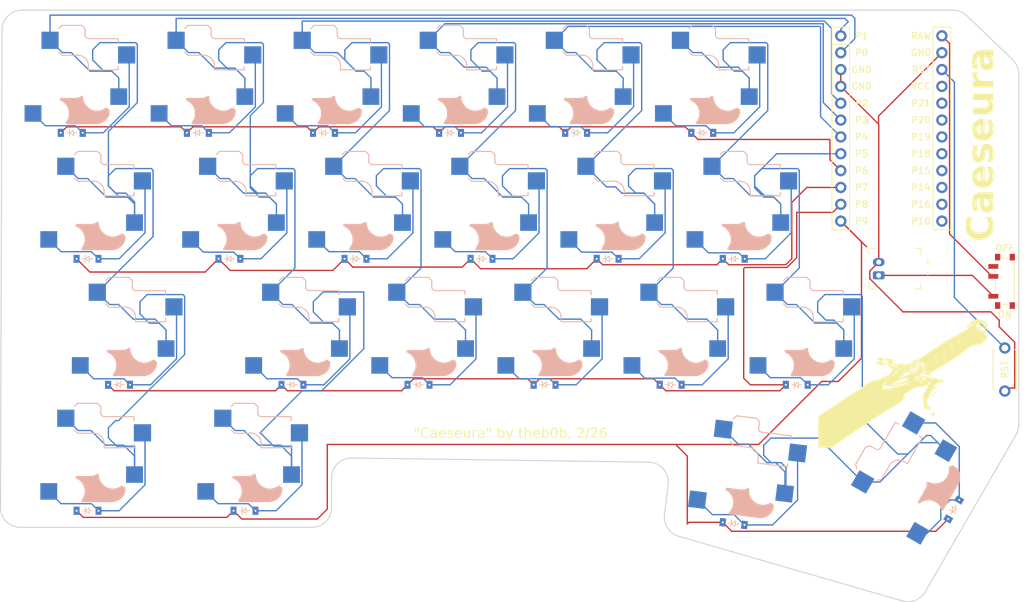
<source format=kicad_pcb>
(kicad_pcb (version 20241229) (generator "pcbnew") (generator_version "9.0")
  (title_block (title "left__side") (date "2026-02-04") (rev "v1.0.0") (company "Unknown"))
  (layers (0 "F.Cu" signal) (2 "B.Cu" signal) (13 "F.Paste" user) (15 "B.Paste" user) (5 "F.SilkS" user "F.Silkscreen") (7 "B.SilkS" user "B.Silkscreen") (1 "F.Mask" user) (3 "B.Mask" user) (25 "Edge.Cuts" user))
  (net 0 "")
  (net 1 "P0")
  (net 2 "esc_default")
  (net 3 "GND")
  (net 4 "P1")
  (net 5 "q_default")
  (net 6 "P2")
  (net 7 "w_default")
  (net 8 "P3")
  (net 9 "e_default")
  (net 10 "P4")
  (net 11 "r_default")
  (net 12 "P5")
  (net 13 "t_default")
  (net 14 "tab_default")
  (net 15 "a_default")
  (net 16 "s_default")
  (net 17 "d_default")
  (net 18 "f_default")
  (net 19 "g_default")
  (net 20 "lshift_default")
  (net 21 "z_default")
  (net 22 "x_default")
  (net 23 "c_default")
  (net 24 "v_default")
  (net 25 "b_default")
  (net 26 "lctrl_default")
  (net 27 "super_default")
  (net 28 "lower_default")
  (net 29 "space_default")
  (net 30 "P6")
  (net 31 "P7")
  (net 32 "P8")
  (net 33 "P9")
  (net 34 "RAW")
  (net 35 "RST")
  (net 36 "VCC")
  (net 37 "P21")
  (net 38 "P20")
  (net 39 "P19")
  (net 40 "P18")
  (net 41 "P15")
  (net 42 "P14")
  (net 43 "P16")
  (net 44 "P10")
  (net 45 "BAT_P")
  (footprint "ComboDiode" (layer "F.Cu") (at 133.25 127)
    (property "Reference" "D8" (hide yes))
    (property "Value" "" (hide yes))
  )
  (footprint "ComboDiode" (layer "F.Cu") (at 128.5 108)
    (property "Reference" "D2" (hide yes))
    (property "Value" "" (hide yes))
  )
  (footprint "ComboDiode" (layer "F.Cu") (at 161.75 146)
    (property "Reference" "D15" (hide yes))
    (property "Value" "" (hide yes))
  )
  (footprint "ComboDiode" (layer "F.Cu") (at 135.53 165)
    (property "Reference" "D20" (hide yes))
    (property "Value" "" (hide yes))
  )
  (footprint "ComboDiode" (layer "F.Cu") (at 109.5 108)
    (property "Reference" "D1" (hide yes))
    (property "Value" "" (hide yes))
  )
  (footprint "ceoloide:mcu_nice_nano" (layer "F.Cu") (at 233 106.08)
    (property "Reference" "MCU1" (hide yes))
    (property "Value" "")
  )
  (footprint "ComboDiode" (layer "F.Cu") (at 209.25 127)
    (property "Reference" "D12" (hide yes))
    (property "Value" "" (hide yes))
  )
  (footprint "ComboDiode" (layer "F.Cu") (at 190.25 127)
    (property "Reference" "D11" (hide yes))
    (property "Value" "" (hide yes))
  )
  (footprint "ComboDiode" (layer "F.Cu") (at 111.875 165)
    (property "Reference" "D19" (hide yes))
    (property "Value" "" (hide yes))
  )
  (footprint "ComboDiode" (layer "F.Cu") (at 185.5 108)
    (property "Reference" "D5" (hide yes))
    (property "Value" "" (hide yes))
  )
  (footprint "LOGO" (layer "F.Cu") (at 237 145.5)
    (property "Reference" "G***" (hide yes))
    (property "Value" "LOGO" (hide yes))
  )
  (footprint "ComboDiode" (layer "F.Cu") (at 111.875 127)
    (property "Reference" "D7" (hide yes))
    (property "Value" "" (hide yes))
  )
  (footprint "ComboDiode" (layer "F.Cu") (at 209.225045 166.940369 -7)
    (property "Reference" "D21" (hide yes))
    (property "Value" "" (hide yes))
  )
  (footprint "ComboDiode" (layer "F.Cu") (at 180.75 146)
    (property "Reference" "D16" (hide yes))
    (property "Value" "" (hide yes))
  )
  (footprint "ComboDiode" (layer "F.Cu") (at 152.25 127)
    (property "Reference" "D9" (hide yes))
    (property "Value" "" (hide yes))
  )
  (footprint "ComboDiode" (layer "F.Cu") (at 166.5 108)
    (property "Reference" "D4" (hide yes))
    (property "Value" "" (hide yes))
  )
  (footprint "anotherchocswitch:battery_connector_jst_ph_2_nonreversable" (layer "F.Cu") (at 231.1 128.5 90)
    (property "Reference" "JST1" (hide yes))
    (property "Value" "")
  )
  (footprint "ComboDiode" (layer "F.Cu") (at 171.25 127)
    (property "Reference" "D10" (hide yes))
    (property "Value" "" (hide yes))
  )
  (footprint "ceoloide:power_switch_smd_side" (layer "F.Cu") (at 250.1 130.4)
    (property "Reference" "PWR1" (hide yes))
    (property "Value" "")
  )
  (footprint "ComboDiode" (layer "F.Cu") (at 218.75 146)
    (property "Reference" "D18" (hide yes))
    (property "Value" "" (hide yes))
  )
  (footprint "ceoloide:reset_switch_tht_top" (layer "F.Cu") (at 250.1 143.7 90)
    (property "Reference" "RST1" (hide yes))
    (property "Value" "")
  )
  (footprint "ComboDiode" (layer "F.Cu") (at 116.625 146)
    (property "Reference" "D13" (hide yes))
    (property "Value" "" (hide yes))
  )
  (footprint "ComboDiode" (layer "F.Cu") (at 242.398203 164.8 60)
    (property "Reference" "D22" (hide yes))
    (property "Value" "" (hide yes))
  )
  (footprint "ComboDiode" (layer "F.Cu") (at 199.75 146)
    (property "Reference" "D17" (hide yes))
    (property "Value" "" (hide yes))
  )
  (footprint "ComboDiode" (layer "F.Cu") (at 204.5 108)
    (property "Reference" "D6" (hide yes))
    (property "Value" "" (hide yes))
  )
  (footprint "ComboDiode" (layer "F.Cu") (at 147.5 108)
    (property "Reference" "D3" (hide yes))
    (property "Value" "" (hide yes))
  )
  (footprint "ComboDiode" (layer "F.Cu") (at 142.75 146)
    (property "Reference" "D14" (hide yes))
    (property "Value" "" (hide yes))
  )
  (footprint "ceoloide:switch_mx" (layer "B.Cu") (at 218.75 138 180)
    (property "Reference" "S40" (hide yes))
    (property "Value" "")
  )
  (footprint "ceoloide:switch_mx" (layer "B.Cu") (at 111.875 119 180)
    (property "Reference" "S29" (hide yes))
    (property "Value" "")
  )
  (footprint "ceoloide:switch_mx" (layer "B.Cu") (at 180.75 138 180)
    (property "Reference" "S38" (hide yes))
    (property "Value" "")
  )
  (footprint "ceoloide:switch_choc_v1_v2" (layer "B.Cu") (at 218.75 138)
    (property "Reference" "S18" (hide yes))
    (property "Value" "")
  )
  (footprint "ceoloide:switch_mx" (layer "B.Cu") (at 116.625 138 180)
    (property "Reference" "S35" (hide yes))
    (property "Value" "")
  )
  (footprint "ceoloide:switch_choc_v1_v2" (layer "B.Cu") (at 185.5 100)
    (property "Reference" "S5" (hide yes))
    (property "Value" "")
  )
  (footprint "ceoloide:switch_choc_v1_v2" (layer "B.Cu") (at 204.5 100)
    (property "Reference" "S6" (hide yes))
    (property "Value" "")
  )
  (footprint "ceoloide:switch_mx" (layer "B.Cu") (at 135.53 157 180)
    (property "Reference" "S42" (hide yes))
    (property "Value" "")
  )
  (footprint "ceoloide:switch_mx" (layer "B.Cu") (at 109.5 100 180)
    (property "Reference" "S23" (hide yes))
    (property "Value" "")
  )
  (footprint "ceoloide:switch_choc_v1_v2" (layer "B.Cu") (at 171.25 119)
    (property "Reference" "S10" (hide yes))
    (property "Value" "")
  )
  (footprint "ceoloide:switch_choc_v1_v2" (layer "B.Cu") (at 209.25 119)
    (property "Reference" "S12" (hide yes))
    (property "Value" "")
  )
  (footprint "ceoloide:switch_choc_v1_v2" (layer "B.Cu") (at 180.75 138)
    (property "Reference" "S16" (hide yes))
    (property "Value" "")
  )
  (footprint "ceoloide:switch_mx" (layer "B.Cu") (at 185.5 100 180)
    (property "Reference" "S27" (hide yes))
    (property "Value" "")
  )
  (footprint "ceoloide:switch_mx" (layer "B.Cu") (at 142.75 138 180)
    (property "Reference" "S36" (hide yes))
    (property "Value" "")
  )
  (footprint "ceoloide:switch_choc_v1_v2" (layer "B.Cu") (at 147.5 100)
    (property "Reference" "S3" (hide yes))
    (property "Value" "")
  )
  (footprint "ceoloide:switch_choc_v1_v2" (layer "B.Cu") (at 152.25 119)
    (property "Reference" "S9" (hide yes))
    (property "Value" "")
  )
  (footprint "ceoloide:switch_choc_v1_v2" (layer "B.Cu") (at 166.5 100)
    (property "Reference" "S4" (hide yes))
    (property "Value" "")
  )
  (footprint "ceoloide:switch_mx" (layer "B.Cu") (at 147.5 100 180)
    (property "Reference" "S25" (hide yes))
    (property "Value" "")
  )
  (footprint "ceoloide:switch_choc_v1_v2" (layer "B.Cu") (at 161.75 138)
    (property "Reference" "S15" (hide yes))
    (property "Value" "")
  )
  (footprint "ceoloide:switch_mx" (layer "B.Cu") (at 190.25 119 180)
    (property "Reference" "S33" (hide yes))
    (property "Value" "")
  )
  (footprint "ceoloide:switch_mx" (layer "B.Cu") (at 111.875 157 180)
    (property "Reference" "S41" (hide yes))
    (property "Value" "")
  )
  (footprint "ceoloide:switch_choc_v1_v2" (layer "B.Cu") (at 116.625 138)
    (property "Reference" "S13" (hide yes))
    (property "Value" "")
  )
  (footprint "ceoloide:switch_mx" (layer "B.Cu") (at 210.2 159 173)
    (property "Reference" "S43" (hide yes))
    (property "Value" "")
  )
  (footprint "ceoloide:switch_mx" (layer "B.Cu") (at 209.25 119 180)
    (property "Reference" "S34" (hide yes))
    (property "Value" "")
  )
  (footprint "ceoloide:switch_mx" (layer "B.Cu") (at 166.5 100 180)
    (property "Reference" "S26" (hide yes))
    (property "Value" "")
  )
  (footprint "ceoloide:switch_mx" (layer "B.Cu") (at 171.25 119 180)
    (property "Reference" "S32" (hide yes))
    (property "Value" "")
  )
  (footprint "ceoloide:switch_mx" (layer "B.Cu") (at 199.75 138 180)
    (property "Reference" "S39" (hide yes))
    (property "Value" "")
  )
  (footprint "ceoloide:switch_mx" (layer "B.Cu") (at 133.25 119 180)
    (property "Reference" "S30" (hide yes))
    (property "Value" "")
  )
  (footprint "ceoloide:switch_mx" (layer "B.Cu") (at 161.75 138 180)
    (property "Reference" "S37" (hide yes))
    (property "Value" "")
  )
  (footprint "ceoloide:switch_mx" (layer "B.Cu") (at 128.5 100 180)
    (property "Reference" "S24" (hide yes))
    (property "Value" "")
  )
  (footprint "ceoloide:switch_choc_v1_v2" (layer "B.Cu") (at 210.2 159 -7)
    (property "Reference" "S21" (hide yes))
    (property "Value" "")
  )
  (footprint "ceoloide:switch_choc_v1_v2" (layer "B.Cu") (at 135.53 157)
    (property "Reference" "S20" (hide yes))
    (property "Value" "")
  )
  (footprint "ceoloide:switch_choc_v1_v2" (layer "B.Cu") (at 199.75 138)
    (property "Reference" "S17" (hide yes))
    (property "Value" "")
  )
  (footprint "ceoloide:switch_choc_v1_v2" (layer "B.Cu") (at 142.75 138)
    (property "Reference" "S14" (hide yes))
    (property "Value" "")
  )
  (footprint "ceoloide:switch_choc_v1_v2" (layer "B.Cu") (at 109.5 100)
    (property "Reference" "S1" (hide yes))
    (property "Value" "")
  )
  (footprint "ceoloide:switch_choc_v1_v2" (layer "B.Cu") (at 111.875 119)
    (property "Reference" "S7" (hide yes))
    (property "Value" "")
  )
  (footprint "ceoloide:switch_choc_v1_v2" (layer "B.Cu") (at 133.25 119)
    (property "Reference" "S8" (hide yes))
    (property "Value" "")
  )
  (footprint "ceoloide:switch_mx" (layer "B.Cu") (at 152.25 119 180)
    (property "Reference" "S31" (hide yes))
    (property "Value" "")
  )
  (footprint "ceoloide:switch_choc_v1_v2" (layer "B.Cu") (at 235.47 160.8 60)
    (property "Reference" "S22" (hide yes))
    (property "Value" "")
  )
  (footprint "ceoloide:switch_choc_v1_v2" (layer "B.Cu") (at 128.5 100)
    (property "Reference" "S2" (hide yes))
    (property "Value" "")
  )
  (footprint "ceoloide:switch_choc_v1_v2" (layer "B.Cu") (at 190.25 119)
    (property "Reference" "S11" (hide yes))
    (property "Value" "")
  )
  (footprint "ceoloide:switch_mx" (layer "B.Cu") (at 235.47 160.8 -120)
    (property "Reference" "S44" (hide yes))
    (property "Value" "")
  )
  (footprint "ceoloide:switch_choc_v1_v2" (layer "B.Cu") (at 111.875 157)
    (property "Reference" "S19" (hide yes))
    (property "Value" "")
  )
  (footprint "ceoloide:switch_mx" (layer "B.Cu") (at 204.5 100 180)
    (property "Reference" "S28" (hide yes))
    (property "Value" "")
  )
  (gr_line (start 238.112878 177.2224) (end 251.786343 153.539265) (stroke (width 0.15)) (layer "Edge.Cuts"))
  (gr_line (start 251.26617 96.957648) (end 244.370725 90.336134) (stroke (width 0.15)) (layer "Edge.Cuts"))
  (gr_arc (start 196.435471 157.673269) (mid 198.654029 158.700989) (end 199.370841 161.038579) (stroke (width 0.15)) (layer "Edge.Cuts"))
  (gr_arc (start 98.990415 92.490385) (mid 99.872482 90.375283) (end 101.9904 89.5) (stroke (width 0.15)) (layer "Edge.Cuts"))
  (gr_arc (start 251.26617 96.957648) (mid 251.948134 97.945441) (end 252.188267 99.121514) (stroke (width 0.15)) (layer "Edge.Cuts"))
  (gr_arc (start 200.954523 168.852223) (mid 199.284331 167.62332) (end 198.810195 165.604673) (stroke (width 0.15)) (layer "Edge.Cuts"))
  (gr_line (start 199.370841 161.038579) (end 198.810195 165.604673) (stroke (width 0.15)) (layer "Edge.Cuts"))
  (gr_line (start 148.655 164.5) (end 148.655 160.04257) (stroke (width 0.15)) (layer "Edge.Cuts"))
  (gr_line (start 101.759631 167.5) (end 145.655 167.5) (stroke (width 0.15)) (layer "Edge.Cuts"))
  (gr_arc (start 252.188267 152.039265) (mid 252.086052 152.815725) (end 251.786343 153.539265) (stroke (width 0.15)) (layer "Edge.Cuts"))
  (gr_arc (start 148.655 160.04257) (mid 149.548688 157.906377) (end 151.697269 157.042868) (stroke (width 0.15)) (layer "Edge.Cuts"))
  (gr_line (start 252.188267 152.039265) (end 252.188267 99.121514) (stroke (width 0.15)) (layer "Edge.Cuts"))
  (gr_arc (start 238.112878 177.2224) (mid 236.635534 178.505198) (end 234.681491 178.604343) (stroke (width 0.15)) (layer "Edge.Cuts"))
  (gr_line (start 242.292821 89.5) (end 101.9904 89.5) (stroke (width 0.15)) (layer "Edge.Cuts"))
  (gr_line (start 98.990415 92.490385) (end 98.759646 164.490385) (stroke (width 0.15)) (layer "Edge.Cuts"))
  (gr_line (start 151.697269 157.042868) (end 196.435471 157.673269) (stroke (width 0.15)) (layer "Edge.Cuts"))
  (gr_line (start 200.954523 168.852223) (end 234.681491 178.604343) (stroke (width 0.15)) (layer "Edge.Cuts"))
  (gr_arc (start 101.759631 167.5) (mid 99.634894 166.617929) (end 98.759646 164.490385) (stroke (width 0.15)) (layer "Edge.Cuts"))
  (gr_arc (start 148.655 164.5) (mid 147.77632 166.62132) (end 145.655 167.5) (stroke (width 0.15)) (layer "Edge.Cuts"))
  (gr_arc (start 242.292821 89.5) (mid 243.412728 89.716879) (end 244.370725 90.336134) (stroke (width 0.15)) (layer "Edge.Cuts"))
  (gr_text "{dblquote}Caeseura{dblquote} by theb0b, 2/26" (at 161 154.25 0) (layer "F.SilkS") (effects (font (size 1.5 1.5) (thickness 0.1)) (justify left bottom)))
  (gr_text "Caeseura" (at 249 109.75 90) (layer "F.SilkS") (effects (font (size 4 4) (thickness 0.3) (bold yes)) (justify bottom)))
  (segment (start 116.5451 151.399) (end 126.501 141.4431) (width 0.2) (layer "B.Cu") (net 1))
  (segment (start 110.451 152.901) (end 108.6 151.05) (width 0.2) (layer "B.Cu") (net 1))
  (segment (start 122.065892 136.101) (end 118.757923 136.101) (width 0.2) (layer "B.Cu") (net 1))
  (segment (start 119.774 133.483291) (end 119.774 135.306892) (width 0.2) (layer "B.Cu") (net 1))
  (segment (start 113.35 132.05) (end 121.75 123.65) (width 0.2) (layer "B.Cu") (net 1))
  (segment (start 118.96 121.54) (end 118.96 118.419291) (width 0.2) (layer "B.Cu") (net 1))
  (segment (start 121.166108 136.699) (end 122.663892 136.699) (width 0.2) (layer "B.Cu") (net 1))
  (segment (start 117.315892 155.101) (end 114.601 155.101) (width 0.2) (layer "B.Cu") (net 1))
  (segment (start 111.909923 114.901) (end 110.451 114.901) (width 0.2) (layer "B.Cu") (net 1))
  (segment (start 126.501 132.649) (end 126.251 132.399) (width 0.2) (layer "B.Cu") (net 1))
  (segment (start 116.108291 113.399) (end 115.024 114.483291) (width 0.2) (layer "B.Cu") (net 1))
  (segment (start 115.024 114.483291) (end 115.024 116.016709) (width 0.2) (layer "B.Cu") (net 1))
  (segment (start 114.331291 98.699) (end 115.538892 98.699) (width 0.2) (layer "B.Cu") (net 1))
  (segment (start 106.25 90.25) (end 227 90.25) (width 0.2) (layer "B.Cu") (net 1))
  (segment (start 121.501 113.399) (end 116.108291 113.399) (width 0.2) (layer "B.Cu") (net 1))
  (segment (start 116.108291 151.399) (end 116.5451 151.399) (width 0.2) (layer "B.Cu") (net 1))
  (segment (start 115.024 116.016709) (end 115.024 107.7951) (width 0.2) (layer "B.Cu") (net 1))
  (segment (start 112.649 97.016709) (end 114.331291 98.699) (width 0.2) (layer "B.Cu") (net 1))
  (segment (start 115.024 152.483291) (end 116.108291 151.399) (width 0.2) (layer "B.Cu") (net 1))
  (segment (start 118.96 118.419291) (end 117.641709 117.101) (width 0.2) (layer "B.Cu") (net 1))
  (segment (start 119.126 94.399) (end 113.733291 94.399) (width 0.2) (layer "B.Cu") (net 1))
  (segment (start 118.757923 136.101) (end 116.557923 133.901) (width 0.2) (layer "B.Cu") (net 1))
  (segment (start 108.076 95.901) (end 106.225 94.05) (width 0.2) (layer "B.Cu") (net 1))
  (segment (start 227 90.25) (end 227.5 90.75) (width 0.2) (layer "B.Cu") (net 1))
  (segment (start 116.557923 133.901) (end 115.201 133.901) (width 0.2) (layer "B.Cu") (net 1))
  (segment (start 118.96 159.54) (end 118.96 156.745108) (width 0.2) (layer "B.Cu") (net 1))
  (segment (start 114.707923 117.699) (end 111.909923 114.901) (width 0.2) (layer "B.Cu") (net 1))
  (segment (start 116.108291 117.101) (end 115.024 116.016709) (width 0.2) (layer "B.Cu") (net 1))
  (segment (start 120.858291 132.399) (end 119.774 133.483291) (width 0.2) (layer "B.Cu") (net 1))
  (segment (start 122.663892 136.699) (end 123.71 137.745108) (width 0.2) (layer "B.Cu") (net 1))
  (segment (start 123.71 137.745108) (end 122.065892 136.101) (width 0.2) (layer "B.Cu") (net 1))
  (segment (start 112.230923 98.699) (end 109.432923 95.901) (width 0.2) (layer "B.Cu") (net 1))
  (segment (start 227.5 93.8) (end 225.38 95.92) (width 0.2) (layer "B.Cu") (net 1))
  (segment (start 121.75 113.648) (end 121.501 113.399) (width 0.2) (layer "B.Cu") (net 1))
  (segment (start 117.641709 117.101) (end 116.108291 117.101) (width 0.2) (layer "B.Cu") (net 1))
  (segment (start 112.401 152.901) (end 110.451 152.901) (width 0.2) (layer "B.Cu") (net 1))
  (segment (start 112.649 95.483291) (end 112.649 97.016709) (width 0.2) (layer "B.Cu") (net 1))
  (segment (start 126.251 132.399) (end 120.858291 132.399) (width 0.2) (layer "B.Cu") (net 1))
  (segment (start 117.913892 117.699) (end 118.96 118.745108) (width 0.2) (layer "B.Cu") (net 1))
  (segment (start 115.024 107.7951) (end 119.376 103.4431) (width 0.2) (layer "B.Cu") (net 1))
  (segment (start 119.376 94.649) (end 119.126 94.399) (width 0.2) (layer "B.Cu") (net 1))
  (segment (start 106.225 90.275) (end 106.25 90.25) (width 0.2) (layer "B.Cu") (net 1))
  (segment (start 109.432923 95.901) (end 108.076 95.901) (width 0.2) (layer "B.Cu") (net 1))
  (segment (start 115.024 154.016709) (end 115.024 152.483291) (width 0.2) (layer "B.Cu") (net 1))
  (segment (start 119.376 103.4431) (end 119.376 94.649) (width 0.2) (layer "B.Cu") (net 1))
  (segment (start 118.96 118.745108) (end 118.96 121.54) (width 0.2) (layer "B.Cu") (net 1))
  (segment (start 227.5 90.75) (end 227.5 93.8) (width 0.2) (layer "B.Cu") (net 1))
  (segment (start 119.774 135.306892) (end 121.166108 136.699) (width 0.2) (layer "B.Cu") (net 1))
  (segment (start 114.601 155.101) (end 112.401 152.901) (width 0.2) (layer "B.Cu") (net 1))
  (segment (start 117.913892 117.699) (end 114.707923 117.699) (width 0.2) (layer "B.Cu") (net 1))
  (segment (start 118.96 156.745108) (end 117.315892 155.101) (width 0.2) (layer "B.Cu") (net 1))
  (segment (start 115.201 133.901) (end 113.35 132.05) (width 0.2) (layer "B.Cu") (net 1))
  (segment (start 116.585 99.745108) (end 116.585 102.54) (width 0.2) (layer "B.Cu") (net 1))
  (segment (start 115.024 116.016709) (end 116.706291 117.699) (width 0.2) (layer "B.Cu") (net 1))
  (segment (start 116.706291 117.699) (end 117.913892 117.699) (width 0.2) (layer "B.Cu") (net 1))
  (segment (start 126.501 141.4431) (end 126.501 132.649) (width 0.2) (layer "B.Cu") (net 1))
  (segment (start 115.538892 98.699) (end 116.585 99.745108) (width 0.2) (layer "B.Cu") (net 1))
  (segment (start 110.451 114.901) (end 108.6 113.05) (width 0.2) (layer "B.Cu") (net 1))
  (segment (start 113.733291 94.399) (end 112.649 95.483291) (width 0.2) (layer "B.Cu") (net 1))
  (segment (start 118.96 155.262) (end 116.269291 155.262) (width 0.2) (layer "B.Cu") (net 1))
  (segment (start 118.96 159.54) (end 118.96 155.262) (width 0.2) (layer "B.Cu") (net 1))
  (segment (start 116.269291 155.262) (end 115.024 154.016709) (width 0.2) (layer "B.Cu") (net 1))
  (segment (start 121.75 123.65) (end 121.75 113.648) (width 0.2) (layer "B.Cu") (net 1))
  (segment (start 123.71 137.745108) (end 123.71 140.54) (width 0.2) (layer "B.Cu") (net 1))
  (segment (start 106.225 94.05) (end 106.225 90.275) (width 0.2) (layer "B.Cu") (net 1))
  (segment (start 115.538892 98.699) (end 112.230923 98.699) (width 0.2) (layer "B.Cu") (net 1))
  (segment (start 111.15 108) (end 114.252 108) (width 0.2) (layer "B.Cu") (net 2))
  (segment (start 118.161 96.636) (end 117.775 96.25) (width 0.2) (layer "B.Cu") (net 2))
  (segment (start 111.15 108) (end 110.081 106.931) (width 0.2) (layer "B.Cu") (net 2))
  (segment (start 118.161 104.091) (end 118.161 96.636) (width 0.2) (layer "B.Cu") (net 2))
  (segment (start 110.081 106.931) (end 105.509 106.931) (width 0.2) (layer "B.Cu") (net 2))
  (segment (start 114.252 108) (end 118.161 104.091) (width 0.2) (layer "B.Cu") (net 2))
  (segment (start 105.509 106.931) (end 103.658 105.08) (width 0.2) (layer "B.Cu") (net 2))
  (segment (start 249.25 136.25) (end 249.25 137.25) (width 0.2) (layer "F.Cu") (net 3))
  (segment (start 251.587267 139.587267) (end 251.587267 146.5) (width 0.2) (layer "F.Cu") (net 3))
  (segment (start 231.1 127.5) (end 229.75 128.85) (width 0.2) (layer "F.Cu") (net 3))
  (segment (start 231.1 106.72) (end 231.065 106.685) (width 0.2) (layer "F.Cu") (net 3))
  (segment (start 225.38 101) (end 225.38 98.46) (width 0.2) (layer "F.Cu") (net 3))
  (segment (start 234.75 135) (end 248 135) (width 0.2) (layer "F.Cu") (net 3))
  (segment (start 231.065 106.685) (end 231.065 105.475) (width 0.2) (layer "F.Cu") (net 3))
  (segment (start 231.065 105.475) (end 240.62 95.92) (width 0.2) (layer "F.Cu") (net 3))
  (segment (start 250.55 146.5) (end 250.1 146.95) (width 0.2) (layer "F.Cu") (net 3))
  (segment (start 231.065 106.685) (end 225.38 101) (width 0.2) (layer "F.Cu") (net 3))
  (segment (start 249.25 137.25) (end 251.587267 139.587267) (width 0.2) (layer "F.Cu") (net 3))
  (segment (start 251.587267 146.5) (end 250.55 146.5) (width 0.2) (layer "F.Cu") (net 3))
  (segment (start 248 135) (end 249.25 136.25) (width 0.2) (layer "F.Cu") (net 3))
  (segment (start 229.75 130) (end 234.75 135) (width 0.2) (layer "F.Cu") (net 3))
  (segment (start 231.1 127.5) (end 231.1 106.72) (width 0.2) (layer "F.Cu") (net 3))
  (segment (start 229.75 128.85) (end 229.75 130) (width 0.2) (layer "F.Cu") (net 3))
  (segment (start 138.690892 117.101) (end 137.483291 117.101) (width 0.2) (layer "B.Cu") (net 4))
  (segment (start 138.376 103.4431) (end 138.376 94.649) (width 0.2) (layer "B.Cu") (net 4))
  (segment (start 226 90.75) (end 226.5 91.25) (width 0.2) (layer "B.Cu") (net 4))
  (segment (start 148.788892 136.699) (end 145.480923 136.699) (width 0.2) (layer "B.Cu") (net 4))
  (segment (start 125.225 94.05) (end 125.225 90.775) (width 0.2) (layer "B.Cu") (net 4))
  (segment (start 136.399 105.4201) (end 138.376 103.4431) (width 0.2) (layer "B.Cu") (net 4))
  (segment (start 153.5 140.5691) (end 153.5 132) (width 0.2) (layer "B.Cu") (net 4))
  (segment (start 137.483291 117.101) (end 136.399 116.016709) (width 0.2) (layer "B.Cu") (net 4))
  (segment (start 226.5 91.25) (end 225.38 92.37) (width 0.2) (layer "B.Cu") (net 4))
  (segment (start 148.788892 136.699) (end 149.835 137.745108) (width 0.2) (layer "B.Cu") (net 4))
  (segment (start 147.581291 136.699) (end 148.788892 136.699) (width 0.2) (layer "B.Cu") (net 4))
  (segment (start 143.126 128.399) (end 143.126 113.649) (width 0.2) (layer "B.Cu") (net 4))
  (segment (start 140.335 118.745108) (end 138.690892 117.101) (width 0.2) (layer "B.Cu") (net 4))
  (segment (start 136.399 114.483291) (end 136.399 116.306892) (width 0.2) (layer "B.Cu") (net 4))
  (segment (start 147.1681 146.901) (end 153.5 140.5691) (width 0.2) (layer "B.Cu") (net 4))
  (segment (start 135.382923 117.101) (end 133.182923 114.901) (width 0.2) (layer "B.Cu") (net 4))
  (segment (start 138.376 94.649) (end 138.126 94.399) (width 0.2) (layer "B.Cu") (net 4))
  (segment (start 132.733291 94.399) (end 131.649 95.483291) (width 0.2) (layer "B.Cu") (net 4))
  (segment (start 137.662923 155.101) (end 135.462923 152.901) (width 0.2) (layer "B.Cu") (net 4))
  (segment (start 142.682923 133.901) (end 141.326 133.901) (width 0.2) (layer "B.Cu") (net 4))
  (segment (start 135.585 99.745108) (end 135.585 102.54) (width 0.2) (layer "B.Cu") (net 4))
  (segment (start 135.462923 152.901) (end 134.106 152.901) (width 0.2) (layer "B.Cu") (net 4))
  (segment (start 131.649 95.483291) (end 131.649 97.016709) (width 0.2) (layer "B.Cu") (net 4))
  (segment (start 134.339892 98.5) (end 135.585 99.745108) (width 0.2) (layer "B.Cu") (net 4))
  (segment (start 133.182923 114.901) (end 131.826 114.901) (width 0.2) (layer "B.Cu") (net 4))
  (segment (start 137.483291 113.399) (end 136.399 114.483291) (width 0.2) (layer "B.Cu") (net 4))
  (segment (start 128.651 95.901) (end 127.076 95.901) (width 0.2) (layer "B.Cu") (net 4))
  (segment (start 125.225 90.775) (end 125.25 90.75) (width 0.2) (layer "B.Cu") (net 4))
  (segment (start 134.089892 98.25) (end 131 98.25) (width 0.2) (layer "B.Cu") (net 4))
  (segment (start 135.585 99.745108) (end 134.089892 98.25) (width 0.2) (layer "B.Cu") (net 4))
  (segment (start 142.615 155.262) (end 139.924291 155.262) (width 0.2) (layer "B.Cu") (net 4))
  (segment (start 137.8919 153.229609) (end 144.220509 146.901) (width 0.2) (layer "B.Cu") (net 4))
  (segment (start 141.326 133.901) (end 139.475 132.05) (width 0.2) (layer "B.Cu") (net 4))
  (segment (start 139.924291 155.262) (end 137.8919 153.229609) (width 0.2) (layer "B.Cu") (net 4))
  (segment (start 142.615 159.54) (end 142.615 156.745108) (width 0.2) (layer "B.Cu") (net 4))
  (segment (start 143.126 113.649) (end 142.876 113.399) (width 0.2) (layer "B.Cu") (net 4))
  (segment (start 225.38 92.37) (end 225.38 93.38) (width 0.2) (layer "B.Cu") (net 4))
  (segment (start 133.132291 98.5) (end 134.339892 98.5) (width 0.2) (layer "B.Cu") (net 4))
  (segment (start 137.791108 117.699) (end 139.288892 117.699) (width 0.2) (layer "B.Cu") (net 4))
  (segment (start 145.480923 136.699) (end 142.682923 133.901) (width 0.2) (layer "B.Cu") (net 4))
  (segment (start 142.615 159.54) (end 142.615 155.262) (width 0.2) (layer "B.Cu") (net 4))
  (segment (start 136.399 116.306892) (end 137.791108 117.699) (width 0.2) (layer "B.Cu") (net 4))
  (segment (start 140.335 121.54) (end 140.335 118.745108) (width 0.2) (layer "B.Cu") (net 4))
  (segment (start 131 98.25) (end 128.651 95.901) (width 0.2) (layer "B.Cu") (net 4))
  (segment (start 125.25 90.75) (end 226 90.75) (width 0.2) (layer "B.Cu") (net 4))
  (segment (start 142.876 113.399) (end 137.483291 113.399) (width 0.2) (layer "B.Cu") (net 4))
  (segment (start 153.5 132) (end 147.382291 132) (width 0.2) (layer "B.Cu") (net 4))
  (segment (start 142.615 156.745108) (end 140.970892 155.101) (width 0.2) (layer "B.Cu") (net 4))
  (segment (start 144.220509 146.901) (end 147.1681 146.901) (width 0.2) (layer "B.Cu") (net 4))
  (segment (start 145.899 135.016709) (end 147.581291 136.699) (width 0.2) (layer "B.Cu") (net 4))
  (segment (start 147.382291 132) (end 145.899 133.483291) (width 0.2) (layer "B.Cu") (net 4))
  (segment (start 127.076 95.901) (end 125.225 94.05) (width 0.2) (layer "B.Cu") (net 4))
  (segment (start 131.826 114.901) (end 129.975 113.05) (width 0.2) (layer "B.Cu") (net 4))
  (segment (start 139.475 132.05) (end 143.126 128.399) (width 0.2) (layer "B.Cu") (net 4))
  (segment (start 136.399 116.016709) (end 136.399 105.4201) (width 0.2) (layer "B.Cu") (net 4))
  (segment (start 145.899 133.483291) (end 145.899 135.016709) (width 0.2) (layer "B.Cu") (net 4))
  (segment (start 131.649 97.016709) (end 133.132291 98.5) (width 0.2) (layer "B.Cu") (net 4))
  (segment (start 138.126 94.399) (end 132.733291 94.399) (width 0.2) (layer "B.Cu") (net 4))
  (segment (start 139.288892 117.699) (end 140.335 118.745108) (width 0.2) (layer "B.Cu") (net 4))
  (segment (start 134.106 152.901) (end 132.255 151.05) (width 0.2) (layer "B.Cu") (net 4))
  (segment (start 140.970892 155.101) (end 137.662923 155.101) (width 0.2) (layer "B.Cu") (net 4))
  (segment (start 138.690892 117.101) (end 135.382923 117.101) (width 0.2) (layer "B.Cu") (net 4))
  (segment (start 149.835 137.745108) (end 149.835 140.54) (width 0.2) (layer "B.Cu") (net 4))
  (segment (start 137.161 104.091) (end 137.161 96.636) (width 0.2) (layer "B.Cu") (net 5))
  (segment (start 130.15 108) (end 129.081 106.931) (width 0.2) (layer "B.Cu") (net 5))
  (segment (start 130.15 108) (end 133.252 108) (width 0.2) (layer "B.Cu") (net 5))
  (segment (start 129.081 106.931) (end 124.509 106.931) (width 0.2) (layer "B.Cu") (net 5))
  (segment (start 124.509 106.931) (end 122.658 105.08) (width 0.2) (layer "B.Cu") (net 5))
  (segment (start 137.161 96.636) (end 136.775 96.25) (width 0.2) (layer "B.Cu") (net 5))
  (segment (start 133.252 108) (end 137.161 104.091) (width 0.2) (layer "B.Cu") (net 5))
  (segment (start 144.25 91.151) (end 222.901 91.151) (width 0.2) (layer "B.Cu") (net 6))
  (segment (start 150.649 97.016709) (end 152.331291 98.699) (width 0.2) (layer "B.Cu") (net 6))
  (segment (start 152.331291 98.699) (end 153.538892 98.699) (width 0.2) (layer "B.Cu") (net 6))
  (segment (start 158.475 132.05) (end 162.126 128.399) (width 0.2) (layer "B.Cu") (net 6))
  (segment (start 152.331291 98.699) (end 149.533291 95.901) (width 0.2) (layer "B.Cu") (net 6))
  (segment (start 168.835 140.54) (end 168.835 137.745108) (width 0.2) (layer "B.Cu") (net 6))
  (segment (start 167.190892 136.101) (end 164.101 136.101) (width 0.2) (layer "B.Cu") (net 6))
  (segment (start 153.538892 98.699) (end 154.585 99.745108) (width 0.2) (layer "B.Cu") (net 6))
  (segment (start 161.876 113.399) (end 156.483291 113.399) (width 0.2) (layer "B.Cu") (net 6))
  (segment (start 162.126 128.399) (end 162.126 113.649) (width 0.2) (layer "B.Cu") (net 6))
  (segment (start 144.225 94.05) (end 144.225 91.176) (width 0.2) (layer "B.Cu") (net 6))
  (segment (start 161.901 133.901) (end 160.326 133.901) (width 0.2) (layer "B.Cu") (net 6))
  (segment (start 148.975 113.05) (end 157.376 104.649) (width 0.2) (layer "B.Cu") (net 6))
  (segment (start 155.399 116.016709) (end 157.081291 117.699) (width 0.2) (layer "B.Cu") (net 6))
  (segment (start 146.076 95.901) (end 144.225 94.05) (width 0.2) (layer "B.Cu") (net 6))
  (segment (start 157.376 104.649) (end 157.376 94.649) (width 0.2) (layer "B.Cu") (net 6))
  (segment (start 156.483291 113.399) (end 155.399 114.483291) (width 0.2) (layer "B.Cu") (net 6))
  (segment (start 155.399 114.483291) (end 155.399 116.016709) (width 0.2) (layer "B.Cu") (net 6))
  (segment (start 162.126 113.649) (end 161.876 113.399) (width 0.2) (layer "B.Cu") (net 6))
  (segment (start 168.835 137.745108) (end 167.190892 136.101) (width 0.2) (layer "B.Cu") (net 6))
  (segment (start 150.649 95.483291) (end 150.649 97.016709) (width 0.2) (layer "B.Cu") (net 6))
  (segment (start 222.901 91.151) (end 224 92.25) (width 0.2) (layer "B.Cu") (net 6))
  (segment (start 224 102.16) (end 225.38 103.54) (width 0.2) (layer "B.Cu") (net 6))
  (segment (start 154.585 99.745108) (end 154.585 102.54) (width 0.2) (layer "B.Cu") (net 6))
  (segment (start 151.733291 94.399) (end 150.649 95.483291) (width 0.2) (layer "B.Cu") (net 6))
  (segment (start 158.288892 117.699) (end 154.980923 117.699) (width 0.2) (layer "B.Cu") (net 6))
  (segment (start 152.182923 114.901) (end 150.826 114.901) (width 0.2) (layer "B.Cu") (net 6))
  (segment (start 158.288892 117.699) (end 159.335 118.745108) (width 0.2) (layer "B.Cu") (net 6))
  (segment (start 159.335 118.745108) (end 159.335 121.54) (width 0.2) (layer "B.Cu") (net 6))
  (segment (start 149.533291 95.901) (end 146.076 95.901) (width 0.2) (layer "B.Cu") (net 6))
  (segment (start 157.081291 117.699) (end 158.288892 117.699) (width 0.2) (layer "B.Cu") (net 6))
  (segment (start 164.101 136.101) (end 161.901 133.901) (width 0.2) (layer "B.Cu") (net 6))
  (segment (start 157.376 94.649) (end 157.126 94.399) (width 0.2) (layer "B.Cu") (net 6))
  (segment (start 144.225 91.176) (end 144.25 91.151) (width 0.2) (layer "B.Cu") (net 6))
  (segment (start 157.126 94.399) (end 151.733291 94.399) (width 0.2) (layer "B.Cu") (net 6))
  (segment (start 154.980923 117.699) (end 152.182923 114.901) (width 0.2) (layer "B.Cu") (net 6))
  (segment (start 150.826 114.901) (end 148.975 113.05) (width 0.2) (layer "B.Cu") (net 6))
  (segment (start 224 92.25) (end 224 102.16) (width 0.2) (layer "B.Cu") (net 6))
  (segment (start 160.326 133.901) (end 158.475 132.05) (width 0.2) (layer "B.Cu") (net 6))
  (segment (start 152.252 108) (end 156.161 104.091) (width 0.2) (layer "B.Cu") (net 7))
  (segment (start 156.161 96.636) (end 155.775 96.25) (width 0.2) (layer "B.Cu") (net 7))
  (segment (start 149.15 108) (end 148.081 106.931) (width 0.2) (layer "B.Cu") (net 7))
  (segment (start 149.15 108) (end 152.252 108) (width 0.2) (layer "B.Cu") (net 7))
  (segment (start 156.161 104.091) (end 156.161 96.636) (width 0.2) (layer "B.Cu") (net 7))
  (segment (start 148.081 106.931) (end 143.509 106.931) (width 0.2) (layer "B.Cu") (net 7))
  (segment (start 143.509 106.931) (end 141.658 105.08) (width 0.2) (layer "B.Cu") (net 7))
  (segment (start 166.432923 95.901) (end 165.076 95.901) (width 0.2) (layer "B.Cu") (net 8))
  (segment (start 222.7349 103.4349) (end 225.38 106.08) (width 0.2) (layer "B.Cu") (net 8))
  (segment (start 174.399 116.016709) (end 176.081291 117.699) (width 0.2) (layer "B.Cu") (net 8))
  (segment (start 165.076 95.901) (end 163.225 94.05) (width 0.2) (layer "B.Cu") (net 8))
  (segment (start 187.835 140.54) (end 187.835 137.745108) (width 0.2) (layer "B.Cu") (net 8))
  (segment (start 180.876 113.399) (end 175.483291 113.399) (width 0.2) (layer "B.Cu") (net 8))
  (segment (start 172.538892 98.699) (end 173.585 99.745108) (width 0.2) (layer "B.Cu") (net 8))
  (segment (start 171.940892 98.101) (end 168.632923 98.101) (width 0.2) (layer "B.Cu") (net 8))
  (segment (start 180.682923 133.901) (end 179.326 133.901) (width 0.2) (layer "B.Cu") (net 8))
  (segment (start 174.399 114.483291) (end 174.399 116.016709) (width 0.2) (layer "B.Cu") (net 8))
  (segment (start 182.882923 136.101) (end 180.682923 133.901) (width 0.2) (layer "B.Cu") (net 8))
  (segment (start 176.376 104.649) (end 176.376 94.649) (width 0.2) (layer "B.Cu") (net 8))
  (segment (start 169.649 95.483291) (end 169.649 97.016709) (width 0.2) (layer "B.Cu") (net 8))
  (segment (start 176.126 94.399) (end 170.733291 94.399) (width 0.2) (layer "B.Cu") (net 8))
  (segment (start 168.632923 98.101) (end 166.432923 95.901) (width 0.2) (layer "B.Cu") (net 8))
  (segment (start 170.733291 94.399) (end 169.649 95.483291) (width 0.2) (layer "B.Cu") (net 8))
  (segment (start 167.975 113.05) (end 176.376 104.649) (width 0.2) (layer "B.Cu") (net 8))
  (segment (start 177.288892 117.699) (end 174.449 117.699) (width 0.2) (layer "B.Cu") (net 8))
  (segment (start 181.126 128.399) (end 181.126 113.649) (width 0.2) (layer "B.Cu") (net 8))
  (segment (start 173.585 99.745108) (end 171.940892 98.101) (width 0.2) (layer "B.Cu") (net 8))
  (segment (start 169.826 114.901) (end 167.975 113.05) (width 0.2) (layer "B.Cu") (net 8))
  (segment (start 177.475 132.05) (end 181.126 128.399) (width 0.2) (layer "B.Cu") (net 8))
  (segment (start 175.483291 113.399) (end 174.399 114.483291) (width 0.2) (layer "B.Cu") (net 8))
  (segment (start 177.288892 117.699) (end 178.335 118.745108) (width 0.2) (layer "B.Cu") (net 8))
  (segment (start 174.449 117.699) (end 171.651 114.901) (width 0.2) (layer "B.Cu") (net 8))
  (segment (start 178.335 118.745108) (end 178.335 121.54) (width 0.2) (layer "B.Cu") (net 8))
  (segment (start 163.225 94.05) (end 165.723 91.552) (width 0.2) (layer "B.Cu") (net 8))
  (segment (start 171.651 114.901) (end 169.826 114.901) (width 0.2) (layer "B.Cu") (net 8))
  (segment (start 173.585 99.745108) (end 173.585 102.54) (width 0.2) (layer "B.Cu") (net 8))
  (segment (start 222.7349 91.552) (end 222.7349 103.4349) (width 0.2) (layer "B.Cu") (net 8))
  (segment (start 186.190892 136.101) (end 182.882923 136.101) (width 0.2) (layer "B.Cu") (net 8))
  (segment (start 179.326 133.901) (end 177.475 132.05) (width 0.2) (layer "B.Cu") (net 8))
  (segment (start 181.126 113.649) (end 180.876 113.399) (width 0.2) (layer "B.Cu") (net 8))
  (segment (start 169.649 97.016709) (end 171.331291 98.699) (width 0.2) (layer "B.Cu") (net 8))
  (segment (start 187.835 137.745108) (end 186.190892 136.101) (width 0.2) (layer "B.Cu") (net 8))
  (segment (start 171.331291 98.699) (end 172.538892 98.699) (width 0.2) (layer "B.Cu") (net 8))
  (segment (start 176.081291 117.699) (end 177.288892 117.699) (width 0.2) (layer "B.Cu") (net 8))
  (segment (start 176.376 94.649) (end 176.126 94.399) (width 0.2) (layer "B.Cu") (net 8))
  (segment (start 165.723 91.552) (end 222.7349 91.552) (width 0.2) (layer "B.Cu") (net 8))
  (segment (start 168.15 108) (end 167.249 107.099) (width 0.2) (layer "B.Cu") (net 9))
  (segment (start 162.677 107.099) (end 160.658 105.08) (width 0.2) (layer "B.Cu") (net 9))
  (segment (start 168.15 108) (end 171.252 108) (width 0.2) (layer "B.Cu") (net 9))
  (segment (start 167.249 107.099) (end 162.677 107.099) (width 0.2) (layer "B.Cu") (net 9))
  (segment (start 175.161 104.091) (end 175.161 96.636) (width 0.2) (layer "B.Cu") (net 9))
  (segment (start 171.252 108) (end 175.161 104.091) (width 0.2) (layer "B.Cu") (net 9))
  (segment (start 175.161 96.636) (end 174.775 96.25) (width 0.2) (layer "B.Cu") (net 9))
  (segment (start 195.126 94.399) (end 189.733291 94.399) (width 0.2) (layer "B.Cu") (net 10))
  (segment (start 200.126 113.649) (end 199.876 113.399) (width 0.2) (layer "B.Cu") (net 10))
  (segment (start 192.390961 117.109038) (end 191.430923 116.149) (width 0.2) (layer "B.Cu") (net 10))
  (segment (start 186.975 113.05) (end 195.376 104.649) (width 0.2) (layer "B.Cu") (net 10))
  (segment (start 184.076 95.901) (end 182.225 94.05) (width 0.2) (layer "B.Cu") (net 10))
  (segment (start 192.585 99.745108) (end 192.585 102.54) (width 0.2) (layer "B.Cu") (net 10))
  (segment (start 195.690892 117.101) (end 197.335 118.745108) (width 0.2) (layer "B.Cu") (net 10))
  (segment (start 222.3339 92.0839) (end 222.3339 105.5739) (width 0.2) (layer "B.Cu") (net 10))
  (segment (start 196.475 132.05) (end 200.126 128.399) (width 0.2) (layer "B.Cu") (net 10))
  (segment (start 188.230923 98.699) (end 185.432923 95.901) (width 0.2) (layer "B.Cu") (net 10))
  (segment (start 189.733291 94.399) (end 188.649 95.483291) (width 0.2) (layer "B.Cu") (net 10))
  (segment (start 195.376 94.649) (end 195.126 94.399) (width 0.2) (layer "B.Cu") (net 10))
  (segment (start 222.3339 105.5739) (end 225.38 108.62) (width 0.2) (layer "B.Cu") (net 10))
  (segment (start 195.376 104.649) (end 195.376 94.649) (width 0.2) (layer "B.Cu") (net 10))
  (segment (start 182.225 94.05) (end 184.322 91.953) (width 0.2) (layer "B.Cu") (net 10))
  (segment (start 193.399 114.483291) (end 193.399 116.016709) (width 0.2) (layer "B.Cu") (net 10))
  (segment (start 197.335 118.745108) (end 197.335 121.54) (width 0.2) (layer "B.Cu") (net 10))
  (segment (start 199.901 133.901) (end 198.326 133.901) (width 0.2) (layer "B.Cu") (net 10))
  (segment (start 190.331291 98.699) (end 191.538892 98.699) (width 0.2) (layer "B.Cu") (net 10))
  (segment (start 191.538892 98.699) (end 192.585 99.745108) (width 0.2) (layer "B.Cu") (net 10))
  (segment (start 188.649 97.016709) (end 190.331291 98.699) (width 0.2) (layer "B.Cu") (net 10))
  (segment (start 195.69893 117.109038) (end 192.390961 117.109038) (width 0.2) (layer "B.Cu") (net 10))
  (segment (start 184.322 91.953) (end 222.203 91.953) (width 0.2) (layer "B.Cu") (net 10))
  (segment (start 194.483291 117.101) (end 195.690892 117.101) (width 0.2) (layer "B.Cu") (net 10))
  (segment (start 200.126 128.399) (end 200.126 113.649) (width 0.2) (layer "B.Cu") (net 10))
  (segment (start 205.190892 136.101) (end 202.101 136.101) (width 0.2) (layer "B.Cu") (net 10))
  (segment (start 194.483291 113.399) (end 193.399 114.483291) (width 0.2) (layer "B.Cu") (net 10))
  (segment (start 193.399 116.016709) (end 194.483291 117.101) (width 0.2) (layer "B.Cu") (net 10))
  (segment (start 222.203 91.953) (end 222.3339 92.0839) (width 0.2) (layer "B.Cu") (net 10))
  (segment (start 199.876 113.399) (end 194.483291 113.399) (width 0.2) (layer "B.Cu") (net 10))
  (segment (start 206.835 140.54) (end 206.835 137.745108) (width 0.2) (layer "B.Cu") (net 10))
  (segment (start 202.101 136.101) (end 199.901 133.901) (width 0.2) (layer "B.Cu") (net 10))
  (segment (start 206.835 137.745108) (end 205.190892 136.101) (width 0.2) (layer "B.Cu") (net 10))
  (segment (start 185.432923 95.901) (end 184.076 95.901) (width 0.2) (layer "B.Cu") (net 10))
  (segment (start 191.538892 98.699) (end 188.230923 98.699) (width 0.2) (layer "B.Cu") (net 10))
  (segment (start 197.335 118.745108) (end 195.69893 117.109038) (width 0.2) (layer "B.Cu") (net 10))
  (segment (start 198.326 133.901) (end 196.475 132.05) (width 0.2) (layer "B.Cu") (net 10))
  (segment (start 188.649 95.483291) (end 188.649 97.016709) (width 0.2) (layer "B.Cu") (net 10))
  (segment (start 191.430923 116.149) (end 190.074 116.149) (width 0.2) (layer "B.Cu") (net 10))
  (segment (start 190.074 116.149) (end 186.975 113.05) (width 0.2) (layer "B.Cu") (net 10))
  (segment (start 194.161 96.636) (end 193.775 96.25) (width 0.2) (layer "B.Cu") (net 11))
  (segment (start 194.161 104.091) (end 194.161 96.636) (width 0.2) (layer "B.Cu") (net 11))
  (segment (start 186.249 107.099) (end 181.677 107.099) (width 0.2) (layer "B.Cu") (net 11))
  (segment (start 190.252 108) (end 194.161 104.091) (width 0.2) (layer "B.Cu") (net 11))
  (segment (start 187.15 108) (end 190.252 108) (width 0.2) (layer "B.Cu") (net 11))
  (segment (start 181.677 107.099) (end 179.658 105.08) (width 0.2) (layer "B.Cu") (net 11))
  (segment (start 187.15 108) (end 186.249 107.099) (width 0.2) (layer "B.Cu") (net 11))
  (segment (start 216.922641 162.384512) (end 216.960004 162.347149) (width 0.2) (layer "B.Cu") (net 12))
  (segment (start 211.585 99.745108) (end 209.940892 98.101) (width 0.2) (layer "B.Cu") (net 12))
  (segment (start 213.768741 155.12059) (end 214.853032 154.036299) (width 0.2) (layer "B.Cu") (net 12))
  (segment (start 241.212205 155.93421) (end 238.934987 153.656992) (width 0.2) (layer "B.Cu") (net 12))
  (segment (start 209.331291 98.699) (end 210.538892 98.699) (width 0.2) (layer "B.Cu") (net 12))
  (segment (start 241.212205 155.93421) (end 240.013855 154.73586) (width 0.2) (layer "B.Cu") (net 12))
  (segment (start 213.483291 113.399) (end 212.399 114.483291) (width 0.2) (layer "B.Cu") (net 12))
  (segment (start 215.722291 111.16) (end 225.38 111.16) (width 0.2) (layer "B.Cu") (net 12))
  (segment (start 215.089892 117.5) (end 213.882291 117.5) (width 0.2) (layer "B.Cu") (net 12))
  (segment (start 215.566914 157.738299) (end 214.238299 157.738299) (width 0.2) (layer "B.Cu") (net 12))
  (segment (start 213.768741 156.654008) (end 213.768741 155.12059) (width 0.2) (layer "B.Cu") (net 12))
  (segment (start 221.899 133.483291) (end 221.899 135.016709) (width 0.2) (layer "B.Cu") (net 12))
  (segment (start 213.791108 117.699) (end 215.288892 117.699) (width 0.2) (layer "B.Cu") (net 12))
  (segment (start 212.399 116.306892) (end 213.791108 117.699) (width 0.2) (layer "B.Cu") (net 12))
  (segment (start 211.781923 117.5) (end 209.182923 114.901) (width 0.2) (layer "B.Cu") (net 12))
  (segment (start 238.934987 153.656992) (end 238.277995 153.656992) (width 0.2) (layer "B.Cu") (net 12))
  (segment (start 214.376 94.649) (end 214.126 94.399) (width 0.2) (layer "B.Cu") (net 12))
  (segment (start 210.538892 98.699) (end 211.585 99.745108) (width 0.2) (layer "B.Cu") (net 12))
  (segment (start 214.853032 157.738299) (end 213.768741 156.654008) (width 0.2) (layer "B.Cu") (net 12))
  (segment (start 216.38645 157.738299) (end 214.853032 157.738299) (width 0.2) (layer "B.Cu") (net 12))
  (segment (start 214.126 94.399) (end 208.733291 94.399) (width 0.2) (layer "B.Cu") (net 12))
  (segment (start 216.960004 159.131389) (end 215.566914 157.738299) (width 0.2) (layer "B.Cu") (net 12))
  (segment (start 213.882291 117.5) (end 212.399 116.016709) (width 0.2) (layer "B.Cu") (net 12))
  (segment (start 223.132291 136.25) (end 224.339892 136.25) (width 0.2) (layer "B.Cu") (net 12))
  (segment (start 212.399 114.483291) (end 215.722291 111.16) (width 0.2) (layer "B.Cu") (net 12))
  (segment (start 204.432923 95.901) (end 203.076 95.901) (width 0.2) (layer "B.Cu") (net 12))
  (segment (start 209.940892 98.101) (end 206.632923 98.101) (width 0.2) (layer "B.Cu") (net 12))
  (segment (start 209.182923 114.901) (end 207.826 114.901) (width 0.2) (layer "B.Cu") (net 12))
  (segment (start 207.649 95.483291) (end 207.649 97.016709) (width 0.2) (layer "B.Cu") (net 12))
  (segment (start 225.835 137.745108) (end 224.788892 136.699) (width 0.2) (layer "B.Cu") (net 12))
  (segment (start 240.013855 154.73586) (end 237.199127 154.73586) (width 0.2) (layer "B.Cu") (net 12))
  (segment (start 228.626 132.649) (end 228.376 132.399) (width 0.2) (layer "B.Cu") (net 12))
  (segment (start 225.835 137.745108) (end 225.835 140.54) (width 0.2) (layer "B.Cu") (net 12))
  (segment (start 217.120589 162.186564) (end 217.120589 158.472438) (width 0.2) (layer "B.Cu") (net 12))
  (segment (start 238.277995 153.656992) (end 235.489114 156.445873) (width 0.2) (layer "B.Cu") (net 12))
  (segment (start 205.975 113.05) (end 214.376 104.649) (width 0.2) (layer "B.Cu") (net 12))
  (segment (start 207.826 114.901) (end 205.975 113.05) (width 0.2) (layer "B.Cu") (net 12))
  (segment (start 218.682923 133.901) (end 217.326 133.901) (width 0.2) (layer "B.Cu") (net 12))
  (segment (start 217.120589 158.472438) (end 216.38645 157.738299) (width 0.2) (layer "B.Cu") (net 12))
  (segment (start 215.089892 117.5) (end 211.781923 117.5) (width 0.2) (layer "B.Cu") (net 12))
  (segment (start 207.649 97.016709) (end 209.331291 98.699) (width 0.2) (layer "B.Cu") (net 12))
  (segment (start 218.876 113.399) (end 213.483291 113.399) (width 0.2) (layer "B.Cu") (net 12))
  (segment (start 222.054715 154.036299) (end 228.679649 160.661233) (width 0.2) (layer "B.Cu") (net 12))
  (segment (start 215.288892 117.699) (end 216.335 118.745108) (width 0.2) (layer "B.Cu") (net 12))
  (segment (start 214.238299 157.738299) (end 211.44535 154.94535) (width 0.2) (layer "B.Cu") (net 12))
  (segment (start 228.626 151.116177) (end 228.626 132.649) (width 0.2) (layer "B.Cu") (net 12))
  (segment (start 212.399 116.016709) (end 212.399 114.483291) (width 0.2) (layer "B.Cu") (net 12))
  (segment (start 203.076 95.901) (end 201.225 94.05) (width 0.2) (layer "B.Cu") (net 12))
  (segment (start 235.489114 156.445873) (end 233.955696 156.445873) (width 0.2) (layer "B.Cu") (net 12))
  (segment (start 221.899 135.016709) (end 223.132291 136.25) (width 0.2) (layer "B.Cu") (net 12))
  (segment (start 216.960004 162.347149) (end 216.960004 159.131389) (width 0.2) (layer "B.Cu") (net 12))
  (segment (start 219.126 128.399) (end 219.126 113.649) (width 0.2) (layer "B.Cu") (net 12))
  (segment (start 228.376 132.399) (end 222.983291 132.399) (width 0.2) (layer "B.Cu") (net 12))
  (segment (start 212.399 114.483291) (end 212.399 116.306892) (width 0.2) (layer "B.Cu") (net 12))
  (segment (start 216.922641 162.384512) (end 217.120589 162.186564) (width 0.2) (layer "B.Cu") (net 12))
  (segment (start 214.853032 154.036299) (end 222.054715 154.036299) (width 0.2) (layer "B.Cu") (net 12))
  (segment (start 224.339892 136.25) (end 225.835 137.745108) (width 0.2) (layer "B.Cu") (net 12))
  (segment (start 211.44535 154.94535) (end 209.924656 154.94535) (width 0.2) (layer "B.Cu") (net 12))
  (segment (start 224.788892 136.699) (end 221.480923 136.699) (width 0.2) (layer "B.Cu") (net 12))
  (segment (start 209.924656 154.94535) (end 207.674534 152.695228) (width 0.2) (layer "B.Cu") (net 12))
  (segment (start 221.480923 136.699) (end 218.682923 133.901) (width 0.2) (layer "B.Cu") (net 12))
  (segment (start 216.335 121.54) (end 216.335 118.745108) (width 0.2) (layer "B.Cu") (net 12))
  (segment (start 216.335 118.745108) (end 215.089892 117.5) (width 0.2) (layer "B.Cu") (net 12))
  (segment (start 206.632923 98.101) (end 204.432923 95.901) (width 0.2) (layer "B.Cu") (net 12))
  (segment (start 217.326 133.901) (end 215.475 132.05) (width 0.2) (layer "B.Cu") (net 12))
  (segment (start 219.126 113.649) (end 218.876 113.399) (width 0.2) (layer "B.Cu") (net 12))
  (segment (start 233.955696 156.445873) (end 228.626 151.116177) (width 0.2) (layer "B.Cu") (net 12))
  (segment (start 237.199127 154.73586) (end 231.273754 160.661233) (width 0.2) (layer "B.Cu") (net 12))
  (segment (start 211.585 99.745108) (end 211.585 102.54) (width 0.2) (layer "B.Cu") (net 12))
  (segment (start 214.376 104.649) (end 214.376 94.649) (width 0.2) (layer "B.Cu") (net 12))
  (segment (start 215.475 132.05) (end 219.126 128.399) (width 0.2) (layer "B.Cu") (net 12))
  (segment (start 231.273754 160.661233) (end 228.679649 160.661233) (width 0.2) (layer "B.Cu") (net 12))
  (segment (start 222.983291 132.399) (end 221.899 133.483291) (width 0.2) (layer "B.Cu") (net 12))
  (segment (start 208.733291 94.399) (end 207.649 95.483291) (width 0.2) (layer "B.Cu") (net 12))
  (segment (start 209.252 108) (end 213.161 104.091) (width 0.2) (layer "B.Cu") (net 13))
  (segment (start 213.161 104.091) (end 213.161 96.636) (width 0.2) (layer "B.Cu") (net 13))
  (segment (start 206.15 108) (end 209.252 108) (width 0.2) (layer "B.Cu") (net 13))
  (segment (start 205.081 106.931) (end 200.509 106.931) (width 0.2) (layer "B.Cu") (net 13))
  (segment (start 213.161 96.636) (end 212.775 96.25) (width 0.2) (layer "B.Cu") (net 13))
  (segment (start 206.15 108) (end 205.081 106.931) (width 0.2) (layer "B.Cu") (net 13))
  (segment (start 200.509 106.931) (end 198.658 105.08) (width 0.2) (layer "B.Cu") (net 13))
  (segment (start 116.627 127) (end 120.536 123.091) (width 0.2) (layer "B.Cu") (net 14))
  (segment (start 113.525 127) (end 112.456 125.931) (width 0.2) (layer "B.Cu") (net 14))
  (segment (start 113.525 127) (end 116.627 127) (width 0.2) (layer "B.Cu") (net 14))
  (segment (start 120.536 123.091) (end 120.536 115.636) (width 0.2) (layer "B.Cu") (net 14))
  (segment (start 107.884 125.931) (end 106.033 124.08) (width 0.2) (layer "B.Cu") (net 14))
  (segment (start 120.536 115.636) (end 120.15 115.25) (width 0.2) (layer "B.Cu") (net 14))
  (segment (start 112.456 125.931) (end 107.884 125.931) (width 0.2) (layer "B.Cu") (net 14))
  (segment (start 133.9 126) (end 129.328 126) (width 0.2) (layer "B.Cu") (net 15))
  (segment (start 134.9 127) (end 138.002 127) (width 0.2) (layer "B.Cu") (net 15))
  (segment (start 129.328 126) (end 127.408 124.08) (width 0.2) (layer "B.Cu") (net 15))
  (segment (start 141.911 115.636) (end 141.525 115.25) (width 0.2) (layer "B.Cu") (net 15))
  (segment (start 138.002 127) (end 141.911 123.091) (width 0.2) (layer "B.Cu") (net 15))
  (segment (start 134.9 127) (end 133.9 126) (width 0.2) (layer "B.Cu") (net 15))
  (segment (start 141.911 123.091) (end 141.911 115.636) (width 0.2) (layer "B.Cu") (net 15))
  (segment (start 153.9 127) (end 152.831 125.931) (width 0.2) (layer "B.Cu") (net 16))
  (segment (start 157.002 127) (end 160.911 123.091) (width 0.2) (layer "B.Cu") (net 16))
  (segment (start 153.9 127) (end 157.002 127) (width 0.2) (layer "B.Cu") (net 16))
  (segment (start 160.911 115.636) (end 160.525 115.25) (width 0.2) (layer "B.Cu") (net 16))
  (segment (start 152.831 125.931) (end 148.259 125.931) (width 0.2) (layer "B.Cu") (net 16))
  (segment (start 148.259 125.931) (end 146.408 124.08) (width 0.2) (layer "B.Cu") (net 16))
  (segment (start 160.911 123.091) (end 160.911 115.636) (width 0.2) (layer "B.Cu") (net 16))
  (segment (start 172.9 127) (end 176.002 127) (width 0.2) (layer "B.Cu") (net 17))
  (segment (start 179.911 123.091) (end 179.911 115.636) (width 0.2) (layer "B.Cu") (net 17))
  (segment (start 179.911 115.636) (end 179.525 115.25) (width 0.2) (layer "B.Cu") (net 17))
  (segment (start 167.259 125.931) (end 165.408 124.08) (width 0.2) (layer "B.Cu") (net 17))
  (segment (start 171.831 125.931) (end 167.259 125.931) (width 0.2) (layer "B.Cu") (net 17))
  (segment (start 172.9 127) (end 171.831 125.931) (width 0.2) (layer "B.Cu") (net 17))
  (segment (start 176.002 127) (end 179.911 123.091) (width 0.2) (layer "B.Cu") (net 17))
  (segment (start 191.9 127) (end 195.002 127) (width 0.2) (layer "B.Cu") (net 18))
  (segment (start 191.9 127) (end 190.9 126) (width 0.2) (layer "B.Cu") (net 18))
  (segment (start 198.911 123.091) (end 198.911 115.636) (width 0.2) (layer "B.Cu") (net 18))
  (segment (start 195.002 127) (end 198.911 123.091) (width 0.2) (layer "B.Cu") (net 18))
  (segment (start 186.328 126) (end 184.408 124.08) (width 0.2) (layer "B.Cu") (net 18))
  (segment (start 198.911 115.636) (end 198.525 115.25) (width 0.2) (layer "B.Cu") (net 18))
  (segment (start 190.9 126) (end 186.328 126) (width 0.2) (layer "B.Cu") (net 18))
  (segment (start 217.911 115.636) (end 217.525 115.25) (width 0.2) (layer "B.Cu") (net 19))
  (segment (start 209.999 126.099) (end 205.427 126.099) (width 0.2) (layer "B.Cu") (net 19))
  (segment (start 214.002 127) (end 217.911 123.091) (width 0.2) (layer "B.Cu") (net 19))
  (segment (start 210.9 127) (end 214.002 127) (width 0.2) (layer "B.Cu") (net 19))
  (segment (start 217.911 123.091) (end 217.911 115.636) (width 0.2) (layer "B.Cu") (net 19))
  (segment (start 210.9 127) (end 209.999 126.099) (width 0.2) (layer "B.Cu") (net 19))
  (segment (start 205.427 126.099) (end 203.408 124.08) (width 0.2) (layer "B.Cu") (net 19))
  (segment (start 118.275 146) (end 117.374 145.099) (width 0.2) (layer "B.Cu") (net 20))
  (segment (start 112.802 145.099) (end 110.783 143.08) (width 0.2) (layer "B.Cu") (net 20))
  (segment (start 121.377 146) (end 125.286 142.091) (width 0.2) (layer "B.Cu") (net 20))
  (segment (start 118.275 146) (end 121.377 146) (width 0.2) (layer "B.Cu") (net 20))
  (segment (start 125.286 134.636) (end 124.9 134.25) (width 0.2) (layer "B.Cu") (net 20))
  (segment (start 125.286 142.091) (end 125.286 134.636) (width 0.2) (layer "B.Cu") (net 20))
  (segment (start 117.374 145.099) (end 112.802 145.099) (width 0.2) (layer "B.Cu") (net 20))
  (segment (start 144.4 146) (end 147.502 146) (width 0.2) (layer "B.Cu") (net 21))
  (segment (start 147.502 146) (end 151.411 142.091) (width 0.2) (layer "B.Cu") (net 21))
  (segment (start 138.927 145.099) (end 136.908 143.08) (width 0.2) (layer "B.Cu") (net 21))
  (segment (start 151.411 134.636) (end 151.025 134.25) (width 0.2) (layer "B.Cu") (net 21))
  (segment (start 151.411 142.091) (end 151.411 134.636) (width 0.2) (layer "B.Cu") (net 21))
  (segment (start 144.4 146) (end 143.499 145.099) (width 0.2) (layer "B.Cu") (net 21))
  (segment (start 143.499 145.099) (end 138.927 145.099) (width 0.2) (layer "B.Cu") (net 21))
  (segment (start 157.759 144.931) (end 155.908 143.08) (width 0.2) (layer "B.Cu") (net 22))
  (segment (start 163.4 146) (end 162.331 144.931) (width 0.2) (layer "B.Cu") (net 22))
  (segment (start 170.411 134.636) (end 170.025 134.25) (width 0.2) (layer "B.Cu") (net 22))
  (segment (start 170.411 142.091) (end 170.411 134.636) (width 0.2) (layer "B.Cu") (net 22))
  (segment (start 166.502 146) (end 170.411 142.091) (width 0.2) (layer "B.Cu") (net 22))
  (segment (start 163.4 146) (end 166.502 146) (width 0.2) (layer "B.Cu") (net 22))
  (segment (start 162.331 144.931) (end 157.759 144.931) (width 0.2) (layer "B.Cu") (net 22))
  (segment (start 182.4 146) (end 181.499 145.099) (width 0.2) (layer "B.Cu") (net 23))
  (segment (start 189.411 134.636) (end 189.025 134.25) (width 0.2) (layer "B.Cu") (net 23))
  (segment (start 185.502 146) (end 189.411 142.091) (width 0.2) (layer "B.Cu") (net 23))
  (segment (start 182.4 146) (end 185.502 146) (width 0.2) (layer "B.Cu") (net 23))
  (segment (start 176.927 145.099) (end 174.908 143.08) (width 0.2) (layer "B.Cu") (net 23))
  (segment (start 181.499 145.099) (end 176.927 145.099) (width 0.2) (layer "B.Cu") (net 23))
  (segment (start 189.411 142.091) (end 189.411 134.636) (width 0.2) (layer "B.Cu") (net 23))
  (segment (start 208.411 142.091) (end 208.411 134.636) (width 0.2) (layer "B.Cu") (net 24))
  (segment (start 200.4 145) (end 195.828 145) (width 0.2) (layer "B.Cu") (net 24))
  (segment (start 195.828 145) (end 193.908 143.08) (width 0.2) (layer "B.Cu") (net 24))
  (segment (start 208.411 134.636) (end 208.025 134.25) (width 0.2) (layer "B.Cu") (net 24))
  (segment (start 204.502 146) (end 208.411 142.091) (width 0.2) (layer "B.Cu") (net 24))
  (segment (start 201.4 146) (end 200.4 145) (width 0.2) (layer "B.Cu") (net 24))
  (segment (start 201.4 146) (end 204.502 146) (width 0.2) (layer "B.Cu") (net 24))
  (segment (start 219.331 144.931) (end 214.759 144.931) (width 0.2) (layer "B.Cu") (net 25))
  (segment (start 227.411 134.636) (end 227.025 134.25) (width 0.2) (layer "B.Cu") (net 25))
  (segment (start 220.4 146) (end 223.502 146) (width 0.2) (layer "B.Cu") (net 25))
  (segment (start 227.411 142.091) (end 227.411 134.636) (width 0.2) (layer "B.Cu") (net 25))
  (segment (start 214.759 144.931) (end 212.908 143.08) (width 0.2) (layer "B.Cu") (net 25))
  (segment (start 220.4 146) (end 219.331 144.931) (width 0.2) (layer "B.Cu") (net 25))
  (segment (start 223.502 146) (end 227.411 142.091) (width 0.2) (layer "B.Cu") (net 25))
  (segment (start 107.884 163.931) (end 106.033 162.08) (width 0.2) (layer "B.Cu") (net 26))
  (segment (start 120.536 153.636) (end 120.15 153.25) (width 0.2) (layer "B.Cu") (net 26))
  (segment (start 113.525 165) (end 116.627 165) (width 0.2) (layer "B.Cu") (net 26))
  (segment (start 112.456 163.931) (end 107.884 163.931) (width 0.2) (layer "B.Cu") (net 26))
  (segment (start 120.536 161.091) (end 120.536 153.636) (width 0.2) (layer "B.Cu") (net 26))
  (segment (start 116.627 165) (end 120.536 161.091) (width 0.2) (layer "B.Cu") (net 26))
  (segment (start 113.525 165) (end 112.456 163.931) (width 0.2) (layer "B.Cu") (net 26))
  (segment (start 140.282 165) (end 144.191 161.091) (width 0.2) (layer "B.Cu") (net 27))
  (segment (start 131.539 163.931) (end 129.688 162.08) (width 0.2) (layer "B.Cu") (net 27))
  (segment (start 137.18 165) (end 140.282 165) (width 0.2) (layer "B.Cu") (net 27))
  (segment (start 137.18 165) (end 136.111 163.931) (width 0.2) (layer "B.Cu") (net 27))
  (segment (start 136.111 163.931) (end 131.539 163.931) (width 0.2) (layer "B.Cu") (net 27))
  (segment (start 144.191 161.091) (end 144.191 153.636) (width 0.2) (layer "B.Cu") (net 27))
  (segment (start 144.191 153.636) (end 143.805 153.25) (width 0.2) (layer "B.Cu") (net 27))
  (segment (start 209.304879 165.583586) (end 206.035861 165.583586) (width 0.2) (layer "B.Cu") (net 28))
  (segment (start 218.870329 163.371729) (end 218.870329 156.286421) (width 0.2) (layer "B.Cu") (net 28))
  (segment (start 210.862746 167.141453) (end 209.304879 165.583586) (width 0.2) (layer "B.Cu") (net 28))
  (segment (start 206.035861 165.583586) (end 203.782449 163.330174) (width 0.2) (layer "B.Cu") (net 28))
  (segment (start 210.862746 167.141453) (end 215.100605 167.141453) (width 0.2) (layer "B.Cu") (net 28))
  (segment (start 215.100605 167.141453) (end 218.870329 163.371729) (width 0.2) (layer "B.Cu") (net 28))
  (segment (start 240.450409 166.340696) (end 238.391785 168.39932) (width 0.2) (layer "B.Cu") (net 29))
  (segment (start 238.391785 168.39932) (end 236.948409 168.39932) (width 0.2) (layer "B.Cu") (net 29))
  (segment (start 243.233237 155.330348) (end 239.661529 151.75864) (width 0.2) (layer "B.Cu") (net 29))
  (segment (start 240.450409 164.772996) (end 240.450409 166.340696) (width 0.2) (layer "B.Cu") (net 29))
  (segment (start 241.852347 163.371058) (end 240.450409 164.772996) (width 0.2) (layer "B.Cu") (net 29))
  (segment (start 239.661529 151.75864) (end 236.359905 151.75864) (width 0.2) (layer "B.Cu") (net 29))
  (segment (start 243.223203 163.371058) (end 243.233237 163.361024) (width 0.2) (layer "B.Cu") (net 29))
  (segment (start 243.223203 163.371058) (end 241.852347 163.371058) (width 0.2) (layer "B.Cu") (net 29))
  (segment (start 243.233237 163.361024) (end 243.233237 155.330348) (width 0.2) (layer "B.Cu") (net 29))
  (segment (start 146.751 107.099) (end 163.949 107.099) (width 0.2) (layer "F.Cu") (net 30))
  (segment (start 202.85 108) (end 203.85 109) (width 0.2) (layer "F.Cu") (net 30))
  (segment (start 108.751 107.099) (end 125.949 107.099) (width 0.2) (layer "F.Cu") (net 30))
  (segment (start 203.85 109) (end 223.75 109) (width 0.2) (layer "F.Cu") (net 30))
  (segment (start 145.85 108) (end 146.751 107.099) (width 0.2) (layer "F.Cu") (net 30))
  (segment (start 144.949 107.099) (end 145.85 108) (width 0.2) (layer "F.Cu") (net 30))
  (segment (start 201.949 107.099) (end 202.85 108) (width 0.2) (layer "F.Cu") (net 30))
  (segment (start 164.85 108) (end 165.751 107.099) (width 0.2) (layer "F.Cu") (net 30))
  (segment (start 125.949 107.099) (end 126.85 108) (width 0.2) (layer "F.Cu") (net 30))
  (segment (start 107.85 108) (end 108.751 107.099) (width 0.2) (layer "F.Cu") (net 30))
  (segment (start 163.949 107.099) (end 164.85 108) (width 0.2) (layer "F.Cu") (net 30))
  (segment (start 127.751 107.099) (end 144.949 107.099) (width 0.2) (layer "F.Cu") (net 30))
  (segment (start 165.751 107.099) (end 182.949 107.099) (width 0.2) (layer "F.Cu") (net 30))
  (segment (start 184.751 107.099) (end 201.949 107.099) (width 0.2) (layer "F.Cu") (net 30))
  (segment (start 126.85 108) (end 127.751 107.099) (width 0.2) (layer "F.Cu") (net 30))
  (segment (start 223.75 109) (end 223.75 112.07) (width 0.2) (layer "F.Cu") (net 30))
  (segment (start 183.85 108) (end 184.751 107.099) (width 0.2) (layer "F.Cu") (net 30))
  (segment (start 223.75 112.07) (end 225.38 113.7) (width 0.2) (layer "F.Cu") (net 30))
  (segment (start 182.949 107.099) (end 183.85 108) (width 0.2) (layer "F.Cu") (net 30))
  (segment (start 187.1 128.5) (end 188.6 127) (width 0.2) (layer "F.Cu") (net 31))
  (segment (start 218 127) (end 218 118.5) (width 0.2) (layer "F.Cu") (net 31))
  (segment (start 171.1 128.5) (end 187.1 128.5) (width 0.2) (layer "F.Cu") (net 31))
  (segment (start 217.099 127.901) (end 218 127) (width 0.2) (layer "F.Cu") (net 31))
  (segment (start 168.35 128.25) (end 169.6 127) (width 0.2) (layer "F.Cu") (net 31))
  (segment (start 112.225 129) (end 129.6 129) (width 0.2) (layer "F.Cu") (net 31))
  (segment (start 208.501 127.901) (end 217.099 127.901) (width 0.2) (layer "F.Cu") (net 31))
  (segment (start 218 118.5) (end 220.26 116.24) (width 0.2) (layer "F.Cu") (net 31))
  (segment (start 169.6 127) (end 171.1 128.5) (width 0.2) (layer "F.Cu") (net 31))
  (segment (start 188.6 127) (end 189.501 127.901) (width 0.2) (layer "F.Cu") (net 31))
  (segment (start 148.85 128.75) (end 150.6 127) (width 0.2) (layer "F.Cu") (net 31))
  (segment (start 150.6 127) (end 151.85 128.25) (width 0.2) (layer "F.Cu") (net 31))
  (segment (start 151.85 128.25) (end 168.35 128.25) (width 0.2) (layer "F.Cu") (net 31))
  (segment (start 133.35 128.75) (end 148.85 128.75) (width 0.2) (layer "F.Cu") (net 31))
  (segment (start 207.6 127) (end 208.501 127.901) (width 0.2) (layer "F.Cu") (net 31))
  (segment (start 110.225 127) (end 112.225 129) (width 0.2) (layer "F.Cu") (net 31))
  (segment (start 206.699 127.901) (end 207.6 127) (width 0.2) (layer "F.Cu") (net 31))
  (segment (start 131.6 127) (end 133.35 128.75) (width 0.2) (layer "F.Cu") (net 31))
  (segment (start 220.26 116.24) (end 225.38 116.24) (width 0.2) (layer "F.Cu") (net 31))
  (segment (start 129.6 129) (end 131.6 127) (width 0.2) (layer "F.Cu") (net 31))
  (segment (start 189.501 127.901) (end 206.699 127.901) (width 0.2) (layer "F.Cu") (net 31))
  (segment (start 199.001 146.901) (end 216.199 146.901) (width 0.2) (layer "F.Cu") (net 32))
  (segment (start 160.1 146) (end 161.001 145.099) (width 0.2) (layer "F.Cu") (net 32))
  (segment (start 216.199 146.901) (end 217.1 146) (width 0.2) (layer "F.Cu") (net 32))
  (segment (start 142.001 146.901) (end 159.199 146.901) (width 0.2) (layer "F.Cu") (net 32))
  (segment (start 224.16 120) (end 225.38 118.78) (width 0.2) (layer "F.Cu") (net 32))
  (segment (start 197.199 145.099) (end 198.1 146) (width 0.2) (layer "F.Cu") (net 32))
  (segment (start 114.975 146) (end 115.876 146.901) (width 0.2) (layer "F.Cu") (net 32))
  (segment (start 217.1 146) (end 211.75 146) (width 0.2) (layer "F.Cu") (net 32))
  (segment (start 178.199 145.099) (end 179.1 146) (width 0.2) (layer "F.Cu") (net 32))
  (segment (start 180.001 145.099) (end 197.199 145.099) (width 0.2) (layer "F.Cu") (net 32))
  (segment (start 211.75 146) (end 210.75 145) (width 0.2) (layer "F.Cu") (net 32))
  (segment (start 218.75 126.8171) (end 218.75 120) (width 0.2) (layer "F.Cu") (net 32))
  (segment (start 161.001 145.099) (end 178.199 145.099) (width 0.2) (layer "F.Cu") (net 32))
  (segment (start 218.75 120) (end 224.16 120) (width 0.2) (layer "F.Cu") (net 32))
  (segment (start 210.948 128.302) (end 217.2651 128.302) (width 0.2) (layer "F.Cu") (net 32))
  (segment (start 210.75 145) (end 210.75 128.5) (width 0.2) (layer "F.Cu") (net 32))
  (segment (start 115.876 146.901) (end 140.199 146.901) (width 0.2) (layer "F.Cu") (net 32))
  (segment (start 159.199 146.901) (end 160.1 146) (width 0.2) (layer "F.Cu") (net 32))
  (segment (start 179.1 146) (end 180.001 145.099) (width 0.2) (layer "F.Cu") (net 32))
  (segment (start 217.2651 128.302) (end 218.75 126.8171) (width 0.2) (layer "F.Cu") (net 32))
  (segment (start 141.1 146) (end 142.001 146.901) (width 0.2) (layer "F.Cu") (net 32))
  (segment (start 198.1 146) (end 199.001 146.901) (width 0.2) (layer "F.Cu") (net 32))
  (segment (start 210.75 128.5) (end 210.948 128.302) (width 0.2) (layer "F.Cu") (net 32))
  (segment (start 140.199 146.901) (end 141.1 146) (width 0.2) (layer "F.Cu") (net 32))
  (segment (start 207.587344 166.739285) (end 208.940881 168.092822) (width 0.2) (layer "F.Cu") (net 33))
  (segment (start 202.510715 166.739285) (end 207.587344 166.739285) (width 0.2) (layer "F.Cu") (net 33))
  (segment (start 200.5 155) (end 202.25 156.75) (width 0.2) (layer "F.Cu") (net 33))
  (segment (start 135.13 166.25) (end 146.5 166.25) (width 0.2) (layer "F.Cu") (net 33))
  (segment (start 111.225 166) (end 132.88 166) (width 0.2) (layer "F.Cu") (net 33))
  (segment (start 110.225 165) (end 111.225 166) (width 0.2) (layer "F.Cu") (net 33))
  (segment (start 202.25 156.75) (end 202.25 167) (width 0.2) (layer "F.Cu") (net 33))
  (segment (start 229.25 125.19) (end 225.38 121.32) (width 0.2) (layer "F.Cu") (net 33))
  (segment (start 228.5 142) (end 228.5 124.44) (width 0.2) (layer "F.Cu") (net 33))
  (segment (start 222.5 145.5) (end 225 145.5) (width 0.2) (layer "F.Cu") (net 33))
  (segment (start 146.5 166.25) (end 148 164.75) (width 0.2) (layer "F.Cu") (net 33))
  (segment (start 208.940881 168.092822) (end 239.709323 168.092822) (width 0.2) (layer "F.Cu") (net 33))
  (segment (start 239.709323 168.092822) (end 241.573203 166.228942) (width 0.2) (layer "F.Cu") (net 33))
  (segment (start 148 164.75) (end 148 155) (width 0.2) (layer "F.Cu") (net 33))
  (segment (start 228.5 124.44) (end 225.38 121.32) (width 0.2) (layer "F.Cu") (net 33))
  (segment (start 200.5 155) (end 213 155) (width 0.2) (layer "F.Cu") (net 33))
  (segment (start 225 145.5) (end 228.5 142) (width 0.2) (layer "F.Cu") (net 33))
  (segment (start 132.88 166) (end 133.88 165) (width 0.2) (layer "F.Cu") (net 33))
  (segment (start 148 155) (end 200.5 155) (width 0.2) (layer "F.Cu") (net 33))
  (segment (start 202.25 167) (end 202.510715 166.739285) (width 0.2) (layer "F.Cu") (net 33))
  (segment (start 213 155) (end 222.5 145.5) (width 0.2) (layer "F.Cu") (net 33))
  (segment (start 133.88 165) (end 135.13 166.25) (width 0.2) (layer "F.Cu") (net 33))
  (segment (start 241.771 94.531) (end 240.62 93.38) (width 0.2) (layer "F.Cu") (net 34))
  (segment (start 241.771 123.258) (end 241.771 94.531) (width 0.2) (layer "F.Cu") (net 34))
  (segment (start 248.365 129.65) (end 248.163 129.65) (width 0.2) (layer "F.Cu") (net 34))
  (segment (start 248.163 129.65) (end 241.771 123.258) (width 0.2) (layer "F.Cu") (net 34))
  (segment (start 250.1 140.45) (end 242.5 132.85) (width 0.2) (layer "B.Cu") (net 35))
  (segment (start 242.5 132.85) (end 242.5 100.34) (width 0.2) (layer "B.Cu") (net 35))
  (segment (start 242.5 100.34) (end 240.62 98.46) (width 0.2) (layer "B.Cu") (net 35))
  (segment (start 245.215 129.5) (end 248.365 132.65) (width 0.2) (layer "F.Cu") (net 45))
  (segment (start 231.1 129.5) (end 245.215 129.5) (width 0.2) (layer "F.Cu") (net 45))
)
</source>
